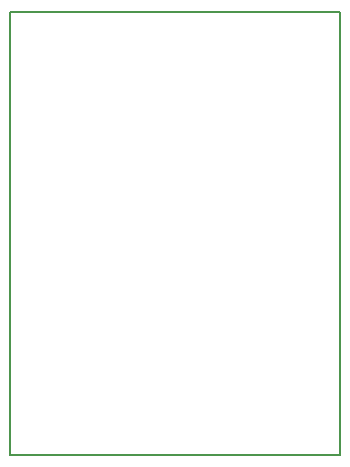
<source format=gbr>
%TF.GenerationSoftware,KiCad,Pcbnew,8.0.1*%
%TF.CreationDate,2024-11-01T11:19:19+01:00*%
%TF.ProjectId,Liquid-Sensor-Zisterne,4c697175-6964-42d5-9365-6e736f722d5a,rev?*%
%TF.SameCoordinates,Original*%
%TF.FileFunction,Profile,NP*%
%FSLAX46Y46*%
G04 Gerber Fmt 4.6, Leading zero omitted, Abs format (unit mm)*
G04 Created by KiCad (PCBNEW 8.0.1) date 2024-11-01 11:19:19*
%MOMM*%
%LPD*%
G01*
G04 APERTURE LIST*
%TA.AperFunction,Profile*%
%ADD10C,0.200000*%
%TD*%
G04 APERTURE END LIST*
D10*
X145500000Y-58000000D02*
X173500000Y-58000000D01*
X173500000Y-95500000D01*
X145500000Y-95500000D01*
X145500000Y-58000000D01*
M02*

</source>
